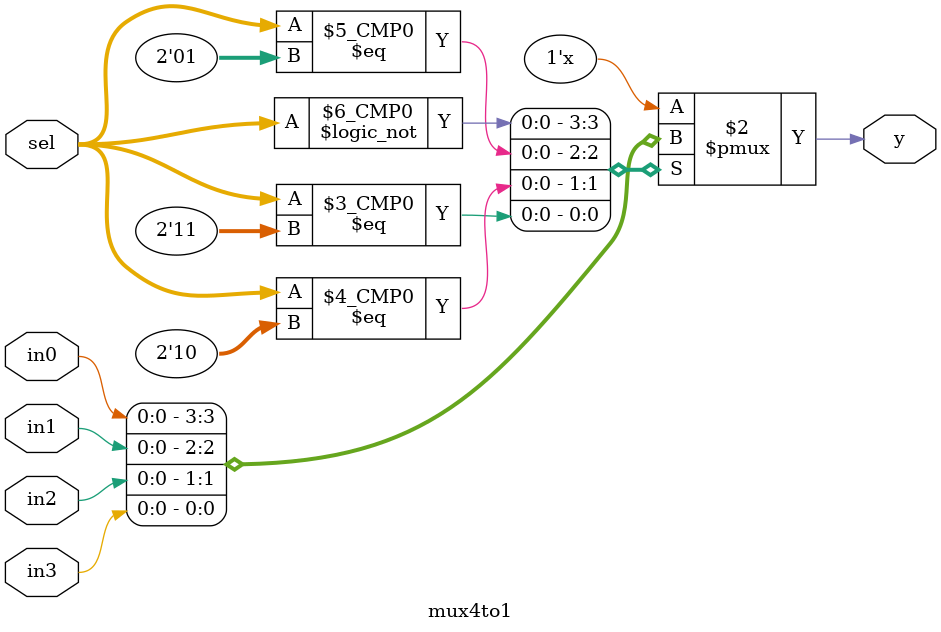
<source format=v>

module mux4to1 (input [1:0] sel, 
                input in0, in1, in2, in3,
                output reg y);
  
  always @(*)
    begin
      case(sel)
        2'h0 : y = in0;
        2'h1 : y = in1;
        2'h2 : y = in2;
        2'h3 : y = in3;
        default :  $display("Invalid sel input");
      endcase
    end
  
endmodule

</source>
